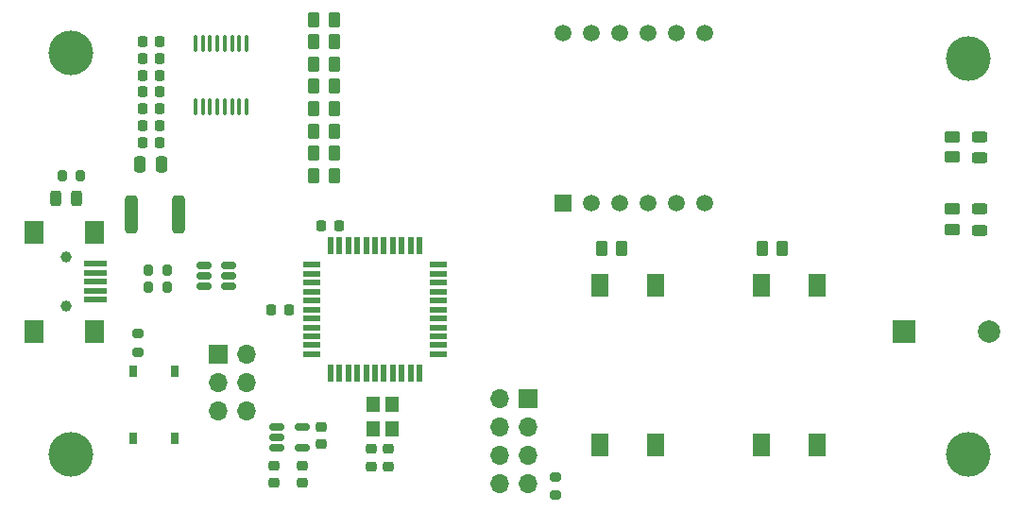
<source format=gbr>
%TF.GenerationSoftware,KiCad,Pcbnew,(7.0.0)*%
%TF.CreationDate,2023-04-21T02:07:09-06:00*%
%TF.ProjectId,Phase_B_ATMEGA_v3,50686173-655f-4425-9f41-544d4547415f,rev?*%
%TF.SameCoordinates,Original*%
%TF.FileFunction,Soldermask,Top*%
%TF.FilePolarity,Negative*%
%FSLAX46Y46*%
G04 Gerber Fmt 4.6, Leading zero omitted, Abs format (unit mm)*
G04 Created by KiCad (PCBNEW (7.0.0)) date 2023-04-21 02:07:09*
%MOMM*%
%LPD*%
G01*
G04 APERTURE LIST*
G04 Aperture macros list*
%AMRoundRect*
0 Rectangle with rounded corners*
0 $1 Rounding radius*
0 $2 $3 $4 $5 $6 $7 $8 $9 X,Y pos of 4 corners*
0 Add a 4 corners polygon primitive as box body*
4,1,4,$2,$3,$4,$5,$6,$7,$8,$9,$2,$3,0*
0 Add four circle primitives for the rounded corners*
1,1,$1+$1,$2,$3*
1,1,$1+$1,$4,$5*
1,1,$1+$1,$6,$7*
1,1,$1+$1,$8,$9*
0 Add four rect primitives between the rounded corners*
20,1,$1+$1,$2,$3,$4,$5,0*
20,1,$1+$1,$4,$5,$6,$7,0*
20,1,$1+$1,$6,$7,$8,$9,0*
20,1,$1+$1,$8,$9,$2,$3,0*%
G04 Aperture macros list end*
%ADD10C,4.000000*%
%ADD11R,1.200000X1.400000*%
%ADD12RoundRect,0.150000X-0.512500X-0.150000X0.512500X-0.150000X0.512500X0.150000X-0.512500X0.150000X0*%
%ADD13R,1.500000X0.550000*%
%ADD14R,0.550000X1.500000*%
%ADD15RoundRect,0.100000X-0.100000X0.637500X-0.100000X-0.637500X0.100000X-0.637500X0.100000X0.637500X0*%
%ADD16R,1.500000X1.500000*%
%ADD17C,1.500000*%
%ADD18R,0.700000X1.000000*%
%ADD19R,1.500000X2.000000*%
%ADD20RoundRect,0.200000X0.275000X-0.200000X0.275000X0.200000X-0.275000X0.200000X-0.275000X-0.200000X0*%
%ADD21RoundRect,0.200000X-0.200000X-0.275000X0.200000X-0.275000X0.200000X0.275000X-0.200000X0.275000X0*%
%ADD22RoundRect,0.200000X-0.275000X0.200000X-0.275000X-0.200000X0.275000X-0.200000X0.275000X0.200000X0*%
%ADD23RoundRect,0.250000X-0.262500X-0.450000X0.262500X-0.450000X0.262500X0.450000X-0.262500X0.450000X0*%
%ADD24RoundRect,0.250000X0.450000X-0.262500X0.450000X0.262500X-0.450000X0.262500X-0.450000X-0.262500X0*%
%ADD25R,2.000000X2.000000*%
%ADD26C,2.000000*%
%ADD27R,1.700000X1.700000*%
%ADD28O,1.700000X1.700000*%
%ADD29C,1.000000*%
%ADD30R,2.000000X0.500000*%
%ADD31R,1.700000X2.000000*%
%ADD32RoundRect,0.250000X-0.312500X-1.450000X0.312500X-1.450000X0.312500X1.450000X-0.312500X1.450000X0*%
%ADD33RoundRect,0.243750X-0.243750X-0.456250X0.243750X-0.456250X0.243750X0.456250X-0.243750X0.456250X0*%
%ADD34RoundRect,0.243750X0.456250X-0.243750X0.456250X0.243750X-0.456250X0.243750X-0.456250X-0.243750X0*%
%ADD35RoundRect,0.225000X-0.250000X0.225000X-0.250000X-0.225000X0.250000X-0.225000X0.250000X0.225000X0*%
%ADD36RoundRect,0.225000X0.225000X0.250000X-0.225000X0.250000X-0.225000X-0.250000X0.225000X-0.250000X0*%
%ADD37RoundRect,0.250000X0.250000X0.475000X-0.250000X0.475000X-0.250000X-0.475000X0.250000X-0.475000X0*%
%ADD38RoundRect,0.225000X0.250000X-0.225000X0.250000X0.225000X-0.250000X0.225000X-0.250000X-0.225000X0*%
G04 APERTURE END LIST*
D10*
%TO.C,REF\u002A\u002A*%
X141075000Y-90300000D03*
%TD*%
%TO.C,REF\u002A\u002A*%
X141075000Y-54800000D03*
%TD*%
%TO.C,REF\u002A\u002A*%
X60575000Y-54300000D03*
%TD*%
%TO.C,REF\u002A\u002A*%
X60575000Y-90300000D03*
%TD*%
D11*
%TO.C,Y1*%
X87724999Y-87999999D03*
X87724999Y-85799999D03*
X89424999Y-85799999D03*
X89424999Y-87999999D03*
%TD*%
D12*
%TO.C,U5*%
X81350000Y-87800000D03*
X81350000Y-89700000D03*
X79075000Y-89700000D03*
X79075000Y-88750000D03*
X79075000Y-87800000D03*
%TD*%
%TO.C,U4*%
X72512500Y-73350000D03*
X72512500Y-74300000D03*
X72512500Y-75250000D03*
X74787500Y-75250000D03*
X74787500Y-74300000D03*
X74787500Y-73350000D03*
%TD*%
D13*
%TO.C,U3*%
X82174999Y-73299999D03*
X82174999Y-74099999D03*
X82174999Y-74899999D03*
X82174999Y-75699999D03*
X82174999Y-76499999D03*
X82174999Y-77299999D03*
X82174999Y-78099999D03*
X82174999Y-78899999D03*
X82174999Y-79699999D03*
X82174999Y-80499999D03*
X82174999Y-81299999D03*
D14*
X83874999Y-82999999D03*
X84674999Y-82999999D03*
X85474999Y-82999999D03*
X86274999Y-82999999D03*
X87074999Y-82999999D03*
X87874999Y-82999999D03*
X88674999Y-82999999D03*
X89474999Y-82999999D03*
X90274999Y-82999999D03*
X91074999Y-82999999D03*
X91874999Y-82999999D03*
D13*
X93574999Y-81299999D03*
X93574999Y-80499999D03*
X93574999Y-79699999D03*
X93574999Y-78899999D03*
X93574999Y-78099999D03*
X93574999Y-77299999D03*
X93574999Y-76499999D03*
X93574999Y-75699999D03*
X93574999Y-74899999D03*
X93574999Y-74099999D03*
X93574999Y-73299999D03*
D14*
X91874999Y-71599999D03*
X91074999Y-71599999D03*
X90274999Y-71599999D03*
X89474999Y-71599999D03*
X88674999Y-71599999D03*
X87874999Y-71599999D03*
X87074999Y-71599999D03*
X86274999Y-71599999D03*
X85474999Y-71599999D03*
X84674999Y-71599999D03*
X83874999Y-71599999D03*
%TD*%
D15*
%TO.C,U2*%
X76350000Y-53437500D03*
X75700000Y-53437500D03*
X75050000Y-53437500D03*
X74400000Y-53437500D03*
X73750000Y-53437500D03*
X73100000Y-53437500D03*
X72450000Y-53437500D03*
X71800000Y-53437500D03*
X71800000Y-59162500D03*
X72450000Y-59162500D03*
X73100000Y-59162500D03*
X73750000Y-59162500D03*
X74400000Y-59162500D03*
X75050000Y-59162500D03*
X75700000Y-59162500D03*
X76350000Y-59162500D03*
%TD*%
D16*
%TO.C,U1*%
X104724999Y-67777499D03*
D17*
X107265000Y-67777500D03*
X109805000Y-67777500D03*
X112345000Y-67777500D03*
X114885000Y-67777500D03*
X117425000Y-67777500D03*
X117425000Y-52537500D03*
X114885000Y-52537500D03*
X112345000Y-52537500D03*
X109805000Y-52537500D03*
X107265000Y-52537500D03*
X104725000Y-52537500D03*
%TD*%
D18*
%TO.C,S3*%
X66224999Y-88799999D03*
X69924999Y-88799999D03*
X66224999Y-82799999D03*
X69924999Y-82799999D03*
%TD*%
D19*
%TO.C,S2*%
X107987499Y-89449999D03*
X107987499Y-75149999D03*
X112987499Y-89449999D03*
X112987499Y-75149999D03*
%TD*%
%TO.C,S1*%
X122487499Y-89449999D03*
X122487499Y-75149999D03*
X127487499Y-89449999D03*
X127487499Y-75149999D03*
%TD*%
D20*
%TO.C,R17*%
X104075000Y-92300000D03*
X104075000Y-93950000D03*
%TD*%
D21*
%TO.C,R16*%
X59825000Y-65300000D03*
X61475000Y-65300000D03*
%TD*%
%TO.C,R15*%
X69225000Y-73800000D03*
X67575000Y-73800000D03*
%TD*%
%TO.C,R14*%
X69225000Y-75300000D03*
X67575000Y-75300000D03*
%TD*%
D22*
%TO.C,R13*%
X66650000Y-81125000D03*
X66650000Y-79475000D03*
%TD*%
D23*
%TO.C,R12*%
X84225000Y-61300000D03*
X82400000Y-61300000D03*
%TD*%
%TO.C,R11*%
X84225000Y-57300000D03*
X82400000Y-57300000D03*
%TD*%
%TO.C,R10*%
X82400000Y-51300000D03*
X84225000Y-51300000D03*
%TD*%
%TO.C,R9*%
X82400000Y-65300000D03*
X84225000Y-65300000D03*
%TD*%
%TO.C,R8*%
X82400000Y-63300000D03*
X84225000Y-63300000D03*
%TD*%
%TO.C,R7*%
X82400000Y-59300000D03*
X84225000Y-59300000D03*
%TD*%
%TO.C,R6*%
X82400000Y-55300000D03*
X84225000Y-55300000D03*
%TD*%
%TO.C,R5*%
X84225000Y-53300000D03*
X82400000Y-53300000D03*
%TD*%
D24*
%TO.C,R4*%
X139575000Y-70125000D03*
X139575000Y-68300000D03*
%TD*%
%TO.C,R3*%
X139575000Y-63625000D03*
X139575000Y-61800000D03*
%TD*%
D23*
%TO.C,R2*%
X108162500Y-71800000D03*
X109987500Y-71800000D03*
%TD*%
%TO.C,R1*%
X122575000Y-71800000D03*
X124400000Y-71800000D03*
%TD*%
D25*
%TO.C,LS1*%
X135274999Y-79299999D03*
D26*
X142875000Y-79300000D03*
%TD*%
D27*
%TO.C,J3*%
X101574999Y-85299999D03*
D28*
X99034999Y-85299999D03*
X101574999Y-87839999D03*
X99034999Y-87839999D03*
X101574999Y-90379999D03*
X99034999Y-90379999D03*
X101574999Y-92919999D03*
X99034999Y-92919999D03*
%TD*%
D29*
%TO.C,J2*%
X60150000Y-77000000D03*
X60150000Y-72600000D03*
D30*
X62849999Y-73199999D03*
X62849999Y-73999999D03*
X62849999Y-74799999D03*
X62849999Y-75599999D03*
X62849999Y-76399999D03*
D31*
X62749999Y-70349999D03*
X62749999Y-79249999D03*
X57299999Y-70349999D03*
X57299999Y-79249999D03*
%TD*%
D27*
%TO.C,J1*%
X73784999Y-81274999D03*
D28*
X76324999Y-81274999D03*
X73784999Y-83814999D03*
X76324999Y-83814999D03*
X73784999Y-86354999D03*
X76324999Y-86354999D03*
%TD*%
D32*
%TO.C,F1*%
X66012500Y-68800000D03*
X70287500Y-68800000D03*
%TD*%
D33*
%TO.C,D3*%
X59275000Y-67300000D03*
X61150000Y-67300000D03*
%TD*%
D34*
%TO.C,D2*%
X142075000Y-70175000D03*
X142075000Y-68300000D03*
%TD*%
%TO.C,D1*%
X142075000Y-63675000D03*
X142075000Y-61800000D03*
%TD*%
D35*
%TO.C,C15*%
X81350000Y-92850000D03*
X81350000Y-91300000D03*
%TD*%
%TO.C,C14*%
X83075000Y-89350000D03*
X83075000Y-87800000D03*
%TD*%
%TO.C,C13*%
X78850000Y-92850000D03*
X78850000Y-91300000D03*
%TD*%
D36*
%TO.C,C12*%
X84625000Y-69800000D03*
X83075000Y-69800000D03*
%TD*%
%TO.C,C11*%
X68575000Y-60800000D03*
X67025000Y-60800000D03*
%TD*%
%TO.C,C10*%
X68575000Y-62300000D03*
X67025000Y-62300000D03*
%TD*%
%TO.C,C9*%
X80150000Y-77300000D03*
X78600000Y-77300000D03*
%TD*%
D37*
%TO.C,C8*%
X68712500Y-64300000D03*
X66812500Y-64300000D03*
%TD*%
D36*
%TO.C,C7*%
X68575000Y-53300000D03*
X67025000Y-53300000D03*
%TD*%
%TO.C,C6*%
X68575000Y-54800000D03*
X67025000Y-54800000D03*
%TD*%
%TO.C,C5*%
X68575000Y-56300000D03*
X67025000Y-56300000D03*
%TD*%
%TO.C,C4*%
X68575000Y-57800000D03*
X67025000Y-57800000D03*
%TD*%
D35*
%TO.C,C3*%
X87575000Y-91350000D03*
X87575000Y-89800000D03*
%TD*%
D38*
%TO.C,C2*%
X89075000Y-89800000D03*
X89075000Y-91350000D03*
%TD*%
D36*
%TO.C,C1*%
X68575000Y-59300000D03*
X67025000Y-59300000D03*
%TD*%
M02*

</source>
